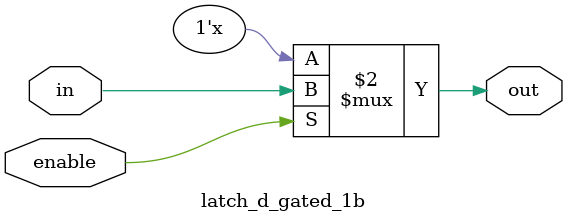
<source format=v>
module latch_d_gated_1b (in, out, enable);

  input in;
  input enable;

  output reg out;

  always @(in or enable) begin
    if (enable)
      out <= in;
  end
  
endmodule
</source>
